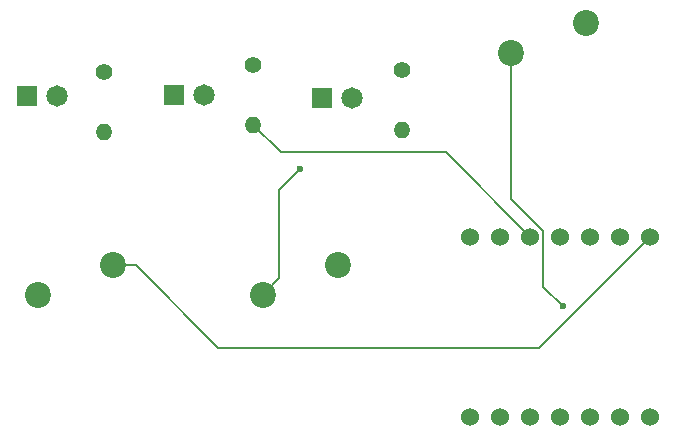
<source format=gbr>
%TF.GenerationSoftware,KiCad,Pcbnew,9.0.1*%
%TF.CreationDate,2025-07-02T16:10:44-04:00*%
%TF.ProjectId,pathfinder,70617468-6669-46e6-9465-722e6b696361,rev?*%
%TF.SameCoordinates,Original*%
%TF.FileFunction,Copper,L2,Bot*%
%TF.FilePolarity,Positive*%
%FSLAX46Y46*%
G04 Gerber Fmt 4.6, Leading zero omitted, Abs format (unit mm)*
G04 Created by KiCad (PCBNEW 9.0.1) date 2025-07-02 16:10:44*
%MOMM*%
%LPD*%
G01*
G04 APERTURE LIST*
%TA.AperFunction,ComponentPad*%
%ADD10C,1.815000*%
%TD*%
%TA.AperFunction,ComponentPad*%
%ADD11R,1.815000X1.815000*%
%TD*%
%TA.AperFunction,ComponentPad*%
%ADD12C,1.524000*%
%TD*%
%TA.AperFunction,ComponentPad*%
%ADD13C,1.400000*%
%TD*%
%TA.AperFunction,ComponentPad*%
%ADD14O,1.400000X1.400000*%
%TD*%
%TA.AperFunction,ComponentPad*%
%ADD15C,2.200000*%
%TD*%
%TA.AperFunction,ViaPad*%
%ADD16C,0.600000*%
%TD*%
%TA.AperFunction,Conductor*%
%ADD17C,0.200000*%
%TD*%
G04 APERTURE END LIST*
D10*
%TO.P,LED2,A*%
%TO.N,Net-(D2-PadA)*%
X134770000Y-54000000D03*
D11*
%TO.P,LED2,C*%
%TO.N,GND*%
X132230000Y-54000000D03*
%TD*%
D10*
%TO.P,LED3,A*%
%TO.N,Net-(D3-PadA)*%
X147270000Y-54225000D03*
D11*
%TO.P,LED3,C*%
%TO.N,GND*%
X144730000Y-54225000D03*
%TD*%
D12*
%TO.P,U1,1,GPIO26/ADC0/A0*%
%TO.N,button1*%
X172540000Y-66000000D03*
%TO.P,U1,2,GPIO27/ADC1/A1*%
%TO.N,button2*%
X170000000Y-66000000D03*
%TO.P,U1,3,GPIO28/ADC2/A2*%
%TO.N,button3*%
X167460000Y-66000000D03*
%TO.P,U1,4,GPIO29/ADC3/A3*%
%TO.N,LED1*%
X164920000Y-66000000D03*
%TO.P,U1,5,GPIO6/SDA*%
%TO.N,LED2*%
X162380000Y-66000000D03*
%TO.P,U1,6,GPIO7/SCL*%
%TO.N,LED3*%
X159840000Y-66000000D03*
%TO.P,U1,7,GPIO0/TX*%
%TO.N,unconnected-(U1-GPIO0{slash}TX-Pad7)*%
X157300000Y-66000000D03*
%TO.P,U1,8,GPIO1/RX*%
%TO.N,unconnected-(U1-GPIO1{slash}RX-Pad8)*%
X157300000Y-81240000D03*
%TO.P,U1,9,GPIO2/SCK*%
%TO.N,unconnected-(U1-GPIO2{slash}SCK-Pad9)*%
X159840000Y-81240000D03*
%TO.P,U1,10,GPIO4/MISO*%
%TO.N,unconnected-(U1-GPIO4{slash}MISO-Pad10)*%
X162380000Y-81240000D03*
%TO.P,U1,11,GPIO3/MOSI*%
%TO.N,unconnected-(U1-GPIO3{slash}MOSI-Pad11)*%
X164920000Y-81240000D03*
%TO.P,U1,12,3V3*%
%TO.N,unconnected-(U1-3V3-Pad12)*%
X167460000Y-81240000D03*
%TO.P,U1,13,GND*%
%TO.N,GND*%
X170000000Y-81240000D03*
%TO.P,U1,14,VBUS*%
%TO.N,unconnected-(U1-VBUS-Pad14)*%
X172540000Y-81240000D03*
%TD*%
D13*
%TO.P,R1,1*%
%TO.N,Net-(D1-PadA)*%
X126250000Y-52085000D03*
D14*
%TO.P,R1,2*%
%TO.N,LED1*%
X126250000Y-57165000D03*
%TD*%
D15*
%TO.P,SW2,1,1*%
%TO.N,button2*%
X146040000Y-68420000D03*
%TO.P,SW2,2,2*%
%TO.N,GND*%
X139690000Y-70960000D03*
%TD*%
D10*
%TO.P,LED1,A*%
%TO.N,Net-(D1-PadA)*%
X122275000Y-54125000D03*
D11*
%TO.P,LED1,C*%
%TO.N,GND*%
X119735000Y-54125000D03*
%TD*%
D13*
%TO.P,R2,1*%
%TO.N,Net-(D2-PadA)*%
X138900000Y-51460000D03*
D14*
%TO.P,R2,2*%
%TO.N,LED2*%
X138900000Y-56540000D03*
%TD*%
D15*
%TO.P,SW3,1,1*%
%TO.N,button3*%
X167040000Y-47920000D03*
%TO.P,SW3,2,2*%
%TO.N,GND*%
X160690000Y-50460000D03*
%TD*%
D13*
%TO.P,R3,1*%
%TO.N,Net-(D3-PadA)*%
X151500000Y-51860000D03*
D14*
%TO.P,R3,2*%
%TO.N,LED3*%
X151500000Y-56940000D03*
%TD*%
D15*
%TO.P,SW1,1,1*%
%TO.N,button1*%
X127040000Y-68420000D03*
%TO.P,SW1,2,2*%
%TO.N,GND*%
X120690000Y-70960000D03*
%TD*%
D16*
%TO.N,GND*%
X165100000Y-71900000D03*
X142900000Y-60275000D03*
%TD*%
D17*
%TO.N,GND*%
X141110000Y-69540000D02*
X139690000Y-70960000D01*
X141110000Y-62065000D02*
X141110000Y-69540000D01*
X160690000Y-50460000D02*
X160690000Y-62806690D01*
X160690000Y-62806690D02*
X163443000Y-65559690D01*
X163443000Y-65559690D02*
X163443000Y-70243000D01*
X163443000Y-70243000D02*
X165100000Y-71900000D01*
X141110000Y-62065000D02*
X142900000Y-60275000D01*
%TO.N,LED2*%
X141235000Y-58875000D02*
X155255000Y-58875000D01*
X155255000Y-58875000D02*
X162380000Y-66000000D01*
X138900000Y-56540000D02*
X141235000Y-58875000D01*
%TO.N,button1*%
X127040000Y-68420000D02*
X128960000Y-68420000D01*
X172540000Y-66000000D02*
X163140000Y-75400000D01*
X128960000Y-68420000D02*
X135940000Y-75400000D01*
X163140000Y-75400000D02*
X135940000Y-75400000D01*
%TD*%
M02*

</source>
